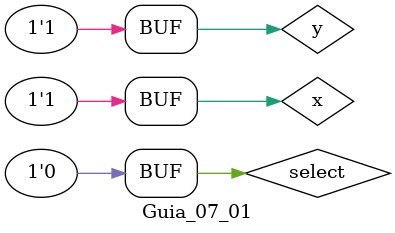
<source format=v>
module f7a (output s, input x, input y);
  and AND0 (s, x, y);
endmodule

module f7b (output s, input x, input y);
  nand NAND0 (s, x, y);
endmodule

module mux (output s, input a, input b, input select);
  wire not_select;
  wire n1;
  wire n2;

  nand NAND2 (not_select, select, select); // NOT
  nand NAND3 (n1, not_select, a);          // n1 = ~select & a
  nand NAND4 (n2, select, b);              // n2 = select & b
  nand NAND5 (s, n1, n2);                  // s = n1 | n2 (com lógica NANDs)
endmodule

module Guia_07_01;
  reg x;
  reg y;
  reg select;
  wire a;
  wire b;
  wire c;

  f7a moduleA(a, x, y);
  f7b moduleB(b, x, y);
  mux moduleC(c, a, b, select);

  initial begin: main
    $display("Guia_07_01 - Tests");
    $display("|   x     y   |   a     b     | select  |   s  |");
    $monitor("|%4b  %4b   |%4b  %4b     |%4b     |%4b  |", x, y, a, b, select, c);
 
       x = 1'b0; y = 1'b0; select = 1'b1; #1 select = 1'b0;
    #1 x = 1'b0; y = 1'b1; select = 1'b1; #1 select = 1'b0;
    #1 x = 1'b1; y = 1'b0; select = 1'b1; #1 select = 1'b0;
    #1 x = 1'b1; y = 1'b1; select = 1'b1; #1 select = 1'b0;
  end
endmodule
</source>
